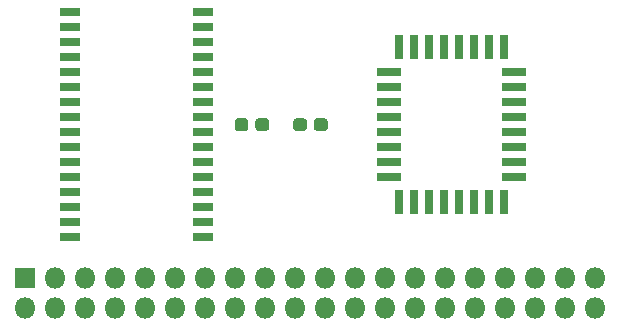
<source format=gbr>
G04 #@! TF.GenerationSoftware,KiCad,Pcbnew,(5.1.4-0-10_14)*
G04 #@! TF.CreationDate,2019-09-08T17:56:33-07:00*
G04 #@! TF.ProjectId,de10-lite-ram-rom,64653130-2d6c-4697-9465-2d72616d2d72,rev?*
G04 #@! TF.SameCoordinates,Original*
G04 #@! TF.FileFunction,Soldermask,Top*
G04 #@! TF.FilePolarity,Negative*
%FSLAX46Y46*%
G04 Gerber Fmt 4.6, Leading zero omitted, Abs format (unit mm)*
G04 Created by KiCad (PCBNEW (5.1.4-0-10_14)) date 2019-09-08 17:56:33*
%MOMM*%
%LPD*%
G04 APERTURE LIST*
%ADD10C,0.100000*%
%ADD11C,1.051600*%
%ADD12O,1.801600X1.801600*%
%ADD13R,1.801600X1.801600*%
%ADD14R,2.026600X0.801600*%
%ADD15R,0.801600X2.026600*%
%ADD16R,1.701600X0.701600*%
G04 APERTURE END LIST*
D10*
G36*
X142310669Y-124189466D02*
G01*
X142336189Y-124193252D01*
X142361216Y-124199520D01*
X142385507Y-124208212D01*
X142408830Y-124219243D01*
X142430959Y-124232507D01*
X142451682Y-124247876D01*
X142470798Y-124265202D01*
X142488124Y-124284318D01*
X142503493Y-124305041D01*
X142516757Y-124327170D01*
X142527788Y-124350493D01*
X142536480Y-124374784D01*
X142542748Y-124399811D01*
X142546534Y-124425331D01*
X142547800Y-124451100D01*
X142547800Y-124976900D01*
X142546534Y-125002669D01*
X142542748Y-125028189D01*
X142536480Y-125053216D01*
X142527788Y-125077507D01*
X142516757Y-125100830D01*
X142503493Y-125122959D01*
X142488124Y-125143682D01*
X142470798Y-125162798D01*
X142451682Y-125180124D01*
X142430959Y-125195493D01*
X142408830Y-125208757D01*
X142385507Y-125219788D01*
X142361216Y-125228480D01*
X142336189Y-125234748D01*
X142310669Y-125238534D01*
X142284900Y-125239800D01*
X141659100Y-125239800D01*
X141633331Y-125238534D01*
X141607811Y-125234748D01*
X141582784Y-125228480D01*
X141558493Y-125219788D01*
X141535170Y-125208757D01*
X141513041Y-125195493D01*
X141492318Y-125180124D01*
X141473202Y-125162798D01*
X141455876Y-125143682D01*
X141440507Y-125122959D01*
X141427243Y-125100830D01*
X141416212Y-125077507D01*
X141407520Y-125053216D01*
X141401252Y-125028189D01*
X141397466Y-125002669D01*
X141396200Y-124976900D01*
X141396200Y-124451100D01*
X141397466Y-124425331D01*
X141401252Y-124399811D01*
X141407520Y-124374784D01*
X141416212Y-124350493D01*
X141427243Y-124327170D01*
X141440507Y-124305041D01*
X141455876Y-124284318D01*
X141473202Y-124265202D01*
X141492318Y-124247876D01*
X141513041Y-124232507D01*
X141535170Y-124219243D01*
X141558493Y-124208212D01*
X141582784Y-124199520D01*
X141607811Y-124193252D01*
X141633331Y-124189466D01*
X141659100Y-124188200D01*
X142284900Y-124188200D01*
X142310669Y-124189466D01*
X142310669Y-124189466D01*
G37*
D11*
X141972000Y-124714000D03*
D10*
G36*
X140560669Y-124189466D02*
G01*
X140586189Y-124193252D01*
X140611216Y-124199520D01*
X140635507Y-124208212D01*
X140658830Y-124219243D01*
X140680959Y-124232507D01*
X140701682Y-124247876D01*
X140720798Y-124265202D01*
X140738124Y-124284318D01*
X140753493Y-124305041D01*
X140766757Y-124327170D01*
X140777788Y-124350493D01*
X140786480Y-124374784D01*
X140792748Y-124399811D01*
X140796534Y-124425331D01*
X140797800Y-124451100D01*
X140797800Y-124976900D01*
X140796534Y-125002669D01*
X140792748Y-125028189D01*
X140786480Y-125053216D01*
X140777788Y-125077507D01*
X140766757Y-125100830D01*
X140753493Y-125122959D01*
X140738124Y-125143682D01*
X140720798Y-125162798D01*
X140701682Y-125180124D01*
X140680959Y-125195493D01*
X140658830Y-125208757D01*
X140635507Y-125219788D01*
X140611216Y-125228480D01*
X140586189Y-125234748D01*
X140560669Y-125238534D01*
X140534900Y-125239800D01*
X139909100Y-125239800D01*
X139883331Y-125238534D01*
X139857811Y-125234748D01*
X139832784Y-125228480D01*
X139808493Y-125219788D01*
X139785170Y-125208757D01*
X139763041Y-125195493D01*
X139742318Y-125180124D01*
X139723202Y-125162798D01*
X139705876Y-125143682D01*
X139690507Y-125122959D01*
X139677243Y-125100830D01*
X139666212Y-125077507D01*
X139657520Y-125053216D01*
X139651252Y-125028189D01*
X139647466Y-125002669D01*
X139646200Y-124976900D01*
X139646200Y-124451100D01*
X139647466Y-124425331D01*
X139651252Y-124399811D01*
X139657520Y-124374784D01*
X139666212Y-124350493D01*
X139677243Y-124327170D01*
X139690507Y-124305041D01*
X139705876Y-124284318D01*
X139723202Y-124265202D01*
X139742318Y-124247876D01*
X139763041Y-124232507D01*
X139785170Y-124219243D01*
X139808493Y-124208212D01*
X139832784Y-124199520D01*
X139857811Y-124193252D01*
X139883331Y-124189466D01*
X139909100Y-124188200D01*
X140534900Y-124188200D01*
X140560669Y-124189466D01*
X140560669Y-124189466D01*
G37*
D11*
X140222000Y-124714000D03*
D12*
X170180000Y-140208000D03*
X170180000Y-137668000D03*
X167640000Y-140208000D03*
X167640000Y-137668000D03*
X165100000Y-140208000D03*
X165100000Y-137668000D03*
X162560000Y-140208000D03*
X162560000Y-137668000D03*
X160020000Y-140208000D03*
X160020000Y-137668000D03*
X157480000Y-140208000D03*
X157480000Y-137668000D03*
X154940000Y-140208000D03*
X154940000Y-137668000D03*
X152400000Y-140208000D03*
X152400000Y-137668000D03*
X149860000Y-140208000D03*
X149860000Y-137668000D03*
X147320000Y-140208000D03*
X147320000Y-137668000D03*
X144780000Y-140208000D03*
X144780000Y-137668000D03*
X142240000Y-140208000D03*
X142240000Y-137668000D03*
X139700000Y-140208000D03*
X139700000Y-137668000D03*
X137160000Y-140208000D03*
X137160000Y-137668000D03*
X134620000Y-140208000D03*
X134620000Y-137668000D03*
X132080000Y-140208000D03*
X132080000Y-137668000D03*
X129540000Y-140208000D03*
X129540000Y-137668000D03*
X127000000Y-140208000D03*
X127000000Y-137668000D03*
X124460000Y-140208000D03*
X124460000Y-137668000D03*
X121920000Y-140208000D03*
D13*
X121920000Y-137668000D03*
D14*
X163310500Y-120269000D03*
X163310500Y-121539000D03*
X163310500Y-122809000D03*
X163310500Y-124079000D03*
X163310500Y-125349000D03*
X163310500Y-126619000D03*
X163310500Y-127889000D03*
X163310500Y-129159000D03*
D15*
X162433000Y-131306500D03*
X161163000Y-131306500D03*
X159893000Y-131306500D03*
X158623000Y-131306500D03*
X157353000Y-131306500D03*
X156083000Y-131306500D03*
X154813000Y-131306500D03*
X153543000Y-131306500D03*
D14*
X152665500Y-129159000D03*
X152665500Y-127889000D03*
X152665500Y-126619000D03*
X152665500Y-125349000D03*
X152665500Y-124079000D03*
X152665500Y-122809000D03*
X152665500Y-121539000D03*
X152665500Y-120269000D03*
D15*
X162433000Y-118121500D03*
X161163000Y-118121500D03*
X159893000Y-118121500D03*
X158623000Y-118121500D03*
X153543000Y-118121500D03*
X154813000Y-118121500D03*
X156083000Y-118121500D03*
X157353000Y-118121500D03*
D16*
X136918000Y-115189000D03*
X136918000Y-116459000D03*
X136918000Y-117729000D03*
X136918000Y-118999000D03*
X136918000Y-120269000D03*
X136918000Y-121539000D03*
X136918000Y-122809000D03*
X136918000Y-124089000D03*
X136918000Y-125339000D03*
X136918000Y-126619000D03*
X136918000Y-127889000D03*
X136918000Y-129159000D03*
X136918000Y-130429000D03*
X136918000Y-131699000D03*
X136918000Y-132969000D03*
X136918000Y-134239000D03*
X125718000Y-134239000D03*
X125718000Y-132969000D03*
X125718000Y-131699000D03*
X125718000Y-130429000D03*
X125718000Y-129159000D03*
X125718000Y-127889000D03*
X125718000Y-126619000D03*
X125718000Y-125339000D03*
X125718000Y-124089000D03*
X125718000Y-122809000D03*
X125718000Y-121539000D03*
X125718000Y-120269000D03*
X125718000Y-118999000D03*
X125718000Y-117729000D03*
X125718000Y-116459000D03*
X125718000Y-115189000D03*
D10*
G36*
X147263669Y-124189466D02*
G01*
X147289189Y-124193252D01*
X147314216Y-124199520D01*
X147338507Y-124208212D01*
X147361830Y-124219243D01*
X147383959Y-124232507D01*
X147404682Y-124247876D01*
X147423798Y-124265202D01*
X147441124Y-124284318D01*
X147456493Y-124305041D01*
X147469757Y-124327170D01*
X147480788Y-124350493D01*
X147489480Y-124374784D01*
X147495748Y-124399811D01*
X147499534Y-124425331D01*
X147500800Y-124451100D01*
X147500800Y-124976900D01*
X147499534Y-125002669D01*
X147495748Y-125028189D01*
X147489480Y-125053216D01*
X147480788Y-125077507D01*
X147469757Y-125100830D01*
X147456493Y-125122959D01*
X147441124Y-125143682D01*
X147423798Y-125162798D01*
X147404682Y-125180124D01*
X147383959Y-125195493D01*
X147361830Y-125208757D01*
X147338507Y-125219788D01*
X147314216Y-125228480D01*
X147289189Y-125234748D01*
X147263669Y-125238534D01*
X147237900Y-125239800D01*
X146612100Y-125239800D01*
X146586331Y-125238534D01*
X146560811Y-125234748D01*
X146535784Y-125228480D01*
X146511493Y-125219788D01*
X146488170Y-125208757D01*
X146466041Y-125195493D01*
X146445318Y-125180124D01*
X146426202Y-125162798D01*
X146408876Y-125143682D01*
X146393507Y-125122959D01*
X146380243Y-125100830D01*
X146369212Y-125077507D01*
X146360520Y-125053216D01*
X146354252Y-125028189D01*
X146350466Y-125002669D01*
X146349200Y-124976900D01*
X146349200Y-124451100D01*
X146350466Y-124425331D01*
X146354252Y-124399811D01*
X146360520Y-124374784D01*
X146369212Y-124350493D01*
X146380243Y-124327170D01*
X146393507Y-124305041D01*
X146408876Y-124284318D01*
X146426202Y-124265202D01*
X146445318Y-124247876D01*
X146466041Y-124232507D01*
X146488170Y-124219243D01*
X146511493Y-124208212D01*
X146535784Y-124199520D01*
X146560811Y-124193252D01*
X146586331Y-124189466D01*
X146612100Y-124188200D01*
X147237900Y-124188200D01*
X147263669Y-124189466D01*
X147263669Y-124189466D01*
G37*
D11*
X146925000Y-124714000D03*
D10*
G36*
X145513669Y-124189466D02*
G01*
X145539189Y-124193252D01*
X145564216Y-124199520D01*
X145588507Y-124208212D01*
X145611830Y-124219243D01*
X145633959Y-124232507D01*
X145654682Y-124247876D01*
X145673798Y-124265202D01*
X145691124Y-124284318D01*
X145706493Y-124305041D01*
X145719757Y-124327170D01*
X145730788Y-124350493D01*
X145739480Y-124374784D01*
X145745748Y-124399811D01*
X145749534Y-124425331D01*
X145750800Y-124451100D01*
X145750800Y-124976900D01*
X145749534Y-125002669D01*
X145745748Y-125028189D01*
X145739480Y-125053216D01*
X145730788Y-125077507D01*
X145719757Y-125100830D01*
X145706493Y-125122959D01*
X145691124Y-125143682D01*
X145673798Y-125162798D01*
X145654682Y-125180124D01*
X145633959Y-125195493D01*
X145611830Y-125208757D01*
X145588507Y-125219788D01*
X145564216Y-125228480D01*
X145539189Y-125234748D01*
X145513669Y-125238534D01*
X145487900Y-125239800D01*
X144862100Y-125239800D01*
X144836331Y-125238534D01*
X144810811Y-125234748D01*
X144785784Y-125228480D01*
X144761493Y-125219788D01*
X144738170Y-125208757D01*
X144716041Y-125195493D01*
X144695318Y-125180124D01*
X144676202Y-125162798D01*
X144658876Y-125143682D01*
X144643507Y-125122959D01*
X144630243Y-125100830D01*
X144619212Y-125077507D01*
X144610520Y-125053216D01*
X144604252Y-125028189D01*
X144600466Y-125002669D01*
X144599200Y-124976900D01*
X144599200Y-124451100D01*
X144600466Y-124425331D01*
X144604252Y-124399811D01*
X144610520Y-124374784D01*
X144619212Y-124350493D01*
X144630243Y-124327170D01*
X144643507Y-124305041D01*
X144658876Y-124284318D01*
X144676202Y-124265202D01*
X144695318Y-124247876D01*
X144716041Y-124232507D01*
X144738170Y-124219243D01*
X144761493Y-124208212D01*
X144785784Y-124199520D01*
X144810811Y-124193252D01*
X144836331Y-124189466D01*
X144862100Y-124188200D01*
X145487900Y-124188200D01*
X145513669Y-124189466D01*
X145513669Y-124189466D01*
G37*
D11*
X145175000Y-124714000D03*
M02*

</source>
